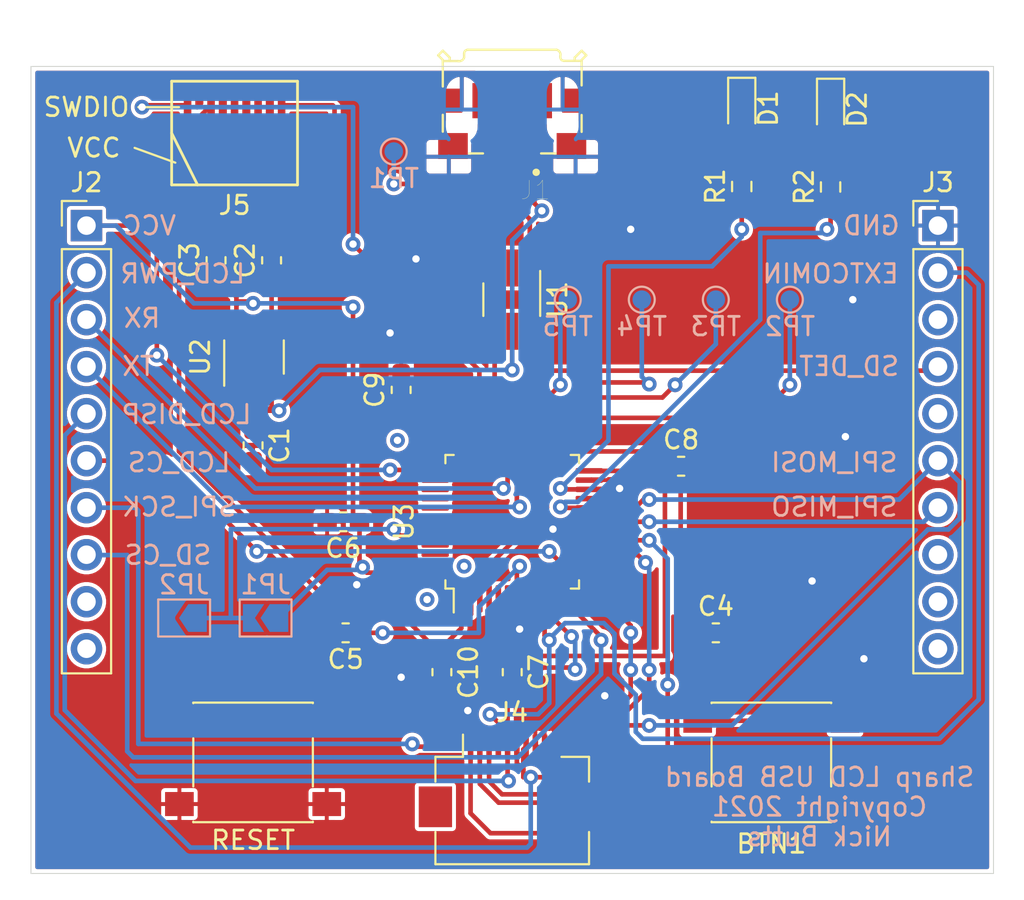
<source format=kicad_pcb>
(kicad_pcb (version 20171130) (host pcbnew "(5.1.8)-1")
  (layers (0 F.Cu signal) (31 B.Cu signal) (34 B.Paste user) (35 F.Paste user) (36 B.SilkS user) (37 F.SilkS user) (38 B.Mask user) (39 F.Mask user) (44 Edge.Cuts user))
  (net 0 "")
  (net 1 GND)
  (net 2 VBUS)
  (net 3 "Net-(C2-Pad1)")
  (net 4 VCC)
  (net 5 "Net-(C4-Pad1)")
  (net 6 "Net-(D1-Pad2)")
  (net 7 /DM)
  (net 8 /DP)
  (net 9 "Net-(J1-Pad4)")
  (net 10 /SD_CS)
  (net 11 /SPI_SCK)
  (net 12 /LCD_CS)
  (net 13 /LCD_DISP)
  (net 14 /LCD_PWR)
  (net 15 /EXTCOMIN)
  (net 16 /SD_DET)
  (net 17 /SPI_MOSI)
  (net 18 /SPI_MISO)
  (net 19 "Net-(TP2-Pad1)")
  (net 20 "Net-(TP3-Pad1)")
  (net 21 "Net-(TP4-Pad1)")
  (net 22 "Net-(TP5-Pad1)")
  (net 23 /USB_DP)
  (net 24 /USB_DM)
  (net 25 /NRST)
  (net 26 /SWDCLK)
  (net 27 /SWDIO)
  (net 28 /RX)
  (net 29 /TX)
  (net 30 /BOOT0)
  (net 31 "Net-(D2-Pad2)")
  (net 32 /LED1)
  (net 33 /LED2)
  (module KicadFootprint:TE_1981568-1 (layer F.Cu) (at 156 81.25 180)
    (fp_text reference J1 (at -1.25587 -4.83341) (layer F.SilkS) (effects (font (size 1.000709 1.000709) (thickness 0.015))))
    (fp_text value A97800TR-ND)
    (pad 1 smd rect (at -1.3 -2.675 180) (size 0.4 1.35) (layers F.Cu F.Paste F.Mask) (net 2 VBUS))
    (pad 2 smd rect (at -0.65 -2.675 180) (size 0.4 1.35) (layers F.Cu F.Paste F.Mask) (net 7 /DM))
    (pad 3 smd rect (at 0 -2.675 180) (size 0.4 1.35) (layers F.Cu F.Paste F.Mask) (net 8 /DP))
    (pad 4 smd rect (at 0.65 -2.675 180) (size 0.4 1.35) (layers F.Cu F.Paste F.Mask) (net 9 "Net-(J1-Pad4)"))
    (pad 5 smd rect (at 1.3 -2.675 180) (size 0.4 1.35) (layers F.Cu F.Paste F.Mask) (net 1 GND))
    (pad 6 smd rect (at -3.2 -2.45 180) (size 1.6 1.4) (layers F.Cu F.Paste F.Mask))
    (pad 7 smd rect (at 3.2 -2.45 180) (size 1.6 1.4) (layers F.Cu F.Paste F.Mask))
    (pad 8 smd rect (at 3.425 0 180) (size 1.45 1.3) (layers F.Cu F.Paste F.Mask))
    (pad 9 smd rect (at -3.425 0 180) (size 1.45 1.3) (layers F.Cu F.Paste F.Mask))
    (pad 10 smd rect (at -1.2 0 180) (size 1.9 1.9) (layers F.Cu F.Paste F.Mask))
    (pad 11 smd rect (at 1.2 0 180) (size 1.9 1.9) (layers F.Cu F.Paste F.Mask))
  )
  (module Resistor_SMD:R_0603_1608Metric_Pad0.98x0.95mm_HandSolder (layer F.Cu) (at 173.2 85.9125 90)
    (fp_text reference R2 (at 0 -1.43 90) (layer F.SilkS))
    (fp_text value 330)
    (pad 2 smd roundrect (at 0.9125 0 90) (size 0.975 0.95) (layers F.Cu F.Paste F.Mask) (net 31 "Net-(D2-Pad2)"))
    (pad 1 smd roundrect (at -0.9125 0 90) (size 0.975 0.95) (layers F.Cu F.Paste F.Mask) (net 33 /LED2))
  )
  (module LED_SMD:LED_0603_1608Metric_Pad1.05x0.95mm_HandSolder (layer F.Cu) (at 173.2 81.725 270)
    (fp_text reference D2 (at 0 -1.43 90) (layer F.SilkS))
    (fp_text value LED)
    (pad 2 smd roundrect (at 0.875 0 270) (size 1.05 0.95) (layers F.Cu F.Paste F.Mask) (net 31 "Net-(D2-Pad2)"))
    (pad 1 smd roundrect (at -0.875 0 270) (size 1.05 0.95) (layers F.Cu F.Paste F.Mask) (net 1 GND))
  )
  (module Jumper:SolderJumper-2_P1.3mm_Open_TrianglePad1.0x1.5mm (layer B.Cu) (at 138.275 109.2 180)
    (fp_text reference JP2 (at 0 1.8) (layer B.SilkS) (effects (justify mirror)))
    (fp_text value SolderJumper_2_Bridged)
    (pad 1 smd custom (at -0.725 0 180) (size 0.3 0.3) (layers B.Cu B.Mask) (net 30 /BOOT0) (options (clearance outline) (anchor rect)) (primitives (gr_poly (pts (xy -0.5 0.75) (xy 0.5 0.75) (xy 1 0) (xy 0.5 -0.75) (xy -0.5 -0.75)) (width 0))))
    (pad 2 smd custom (at 0.725 0 180) (size 0.3 0.3) (layers B.Cu B.Mask) (net 1 GND) (options (clearance outline) (anchor rect)) (primitives (gr_poly (pts (xy -0.65 0.75) (xy 0.5 0.75) (xy 0.5 -0.75) (xy -0.65 -0.75) (xy -0.15 0)) (width 0))))
  )
  (module Jumper:SolderJumper-2_P1.3mm_Open_TrianglePad1.0x1.5mm (layer B.Cu) (at 142.675 109.2 180)
    (fp_text reference JP1 (at 0 1.8) (layer B.SilkS) (effects (justify mirror)))
    (fp_text value SolderJumper_2_Bridged)
    (pad 1 smd custom (at -0.725 0 180) (size 0.3 0.3) (layers B.Cu B.Mask) (net 4 VCC) (options (clearance outline) (anchor rect)) (primitives (gr_poly (pts (xy -0.5 0.75) (xy 0.5 0.75) (xy 1 0) (xy 0.5 -0.75) (xy -0.5 -0.75)) (width 0))))
    (pad 2 smd custom (at 0.725 0 180) (size 0.3 0.3) (layers B.Cu B.Mask) (net 30 /BOOT0) (options (clearance outline) (anchor rect)) (primitives (gr_poly (pts (xy -0.65 0.75) (xy 0.5 0.75) (xy 0.5 -0.75) (xy -0.65 -0.75) (xy -0.15 0)) (width 0))))
  )
  (module Button_Switch_SMD:SW_SPST_PTS645 (layer F.Cu) (at 142 117 180)
    (fp_text reference SW2 hide)
    (fp_text value SW_Push)
    (pad 2 smd rect (at 3.98 2.25 180) (size 1.55 1.3) (layers F.Cu F.Paste F.Mask) (net 25 /NRST))
    (pad 1 smd rect (at 3.98 -2.25 180) (size 1.55 1.3) (layers F.Cu F.Paste F.Mask) (net 1 GND))
    (pad 1 smd rect (at -3.98 -2.25 180) (size 1.55 1.3) (layers F.Cu F.Paste F.Mask) (net 1 GND))
    (pad 2 smd rect (at -3.98 2.25 180) (size 1.55 1.3) (layers F.Cu F.Paste F.Mask) (net 25 /NRST))
  )
  (module Button_Switch_SMD:SW_SPST_PTS645 (layer F.Cu) (at 170 117 180)
    (fp_text reference SW1 hide)
    (fp_text value SW_Push)
    (pad 2 smd rect (at 3.98 2.25 180) (size 1.55 1.3) (layers F.Cu F.Paste F.Mask) (net 5 "Net-(C4-Pad1)"))
    (pad 1 smd rect (at 3.98 -2.25 180) (size 1.55 1.3) (layers F.Cu F.Paste F.Mask) (net 1 GND))
    (pad 1 smd rect (at -3.98 -2.25 180) (size 1.55 1.3) (layers F.Cu F.Paste F.Mask) (net 1 GND))
    (pad 2 smd rect (at -3.98 2.25 180) (size 1.55 1.3) (layers F.Cu F.Paste F.Mask) (net 5 "Net-(C4-Pad1)"))
  )
  (module KicadFootprint:FTSH-105-01-L-DV-K (layer F.Cu) (at 141 83)
    (fp_text reference J5 (at 0 3.9) (layer F.SilkS))
    (fp_text value Conn_02x05_Odd_Even)
    (pad 5 smd rect (at 0 1.5) (size 0.41 2.5) (layers F.Cu F.Paste F.Mask) (net 1 GND))
    (pad 6 smd rect (at 0 -1.5) (size 0.41 2.5) (layers F.Cu F.Paste F.Mask))
    (pad 4 smd rect (at -1.27 -1.5) (size 0.41 2.5) (layers F.Cu F.Paste F.Mask) (net 26 /SWDCLK))
    (pad 2 smd rect (at -2.54 -1.5) (size 0.41 2.5) (layers F.Cu F.Paste F.Mask) (net 27 /SWDIO))
    (pad 8 smd rect (at 1.27 -1.5) (size 0.41 2.5) (layers F.Cu F.Paste F.Mask))
    (pad 10 smd rect (at 2.54 -1.5) (size 0.41 2.5) (layers F.Cu F.Paste F.Mask) (net 25 /NRST))
    (pad 3 smd rect (at -1.27 1.5) (size 0.41 2.5) (layers F.Cu F.Paste F.Mask) (net 1 GND))
    (pad 1 smd rect (at -2.54 1.5) (size 0.41 2.5) (layers F.Cu F.Paste F.Mask) (net 4 VCC))
    (pad 7 smd rect (at 1.27 1.5) (size 0.41 2.5) (layers F.Cu F.Paste F.Mask))
    (pad 9 smd rect (at 2.54 1.5) (size 0.41 2.5) (layers F.Cu F.Paste F.Mask) (net 1 GND))
  )
  (module Connector_FFC-FPC:Hirose_FH12-10S-0.5SH_1x10-1MP_P0.50mm_Horizontal (layer F.Cu) (at 156 118)
    (fp_text reference J4 (at 0 -3.7) (layer F.SilkS))
    (fp_text value Conn_01x10)
    (pad 10 smd rect (at 2.25 -1.85) (size 0.3 1.3) (layers F.Cu F.Paste F.Mask) (net 1 GND))
    (pad 9 smd rect (at 1.75 -1.85) (size 0.3 1.3) (layers F.Cu F.Paste F.Mask) (net 1 GND))
    (pad 8 smd rect (at 1.25 -1.85) (size 0.3 1.3) (layers F.Cu F.Paste F.Mask) (net 1 GND))
    (pad 7 smd rect (at 0.75 -1.85) (size 0.3 1.3) (layers F.Cu F.Paste F.Mask) (net 14 /LCD_PWR))
    (pad 6 smd rect (at 0.25 -1.85) (size 0.3 1.3) (layers F.Cu F.Paste F.Mask) (net 14 /LCD_PWR))
    (pad 5 smd rect (at -0.25 -1.85) (size 0.3 1.3) (layers F.Cu F.Paste F.Mask) (net 13 /LCD_DISP))
    (pad 4 smd rect (at -0.75 -1.85) (size 0.3 1.3) (layers F.Cu F.Paste F.Mask) (net 15 /EXTCOMIN))
    (pad 3 smd rect (at -1.25 -1.85) (size 0.3 1.3) (layers F.Cu F.Paste F.Mask) (net 12 /LCD_CS))
    (pad 2 smd rect (at -1.75 -1.85) (size 0.3 1.3) (layers F.Cu F.Paste F.Mask) (net 17 /SPI_MOSI))
    (pad 1 smd rect (at -2.25 -1.85) (size 0.3 1.3) (layers F.Cu F.Paste F.Mask) (net 11 /SPI_SCK))
    (pad MP smd rect (at -4.15 1.4) (size 1.8 2.2) (layers F.Cu F.Paste F.Mask))
    (pad MP smd rect (at 4.15 1.4) (size 1.8 2.2) (layers F.Cu F.Paste F.Mask))
  )
  (module Capacitor_SMD:C_0603_1608Metric_Pad1.05x0.95mm_HandSolder (layer F.Cu) (at 142 99.875 270)
    (fp_text reference C1 (at 0 -1.43 90) (layer F.SilkS))
    (fp_text value 10u)
    (pad 2 smd roundrect (at 0.875 0 270) (size 1.05 0.95) (layers F.Cu F.Paste F.Mask) (net 1 GND))
    (pad 1 smd roundrect (at -0.875 0 270) (size 1.05 0.95) (layers F.Cu F.Paste F.Mask) (net 2 VBUS))
  )
  (module Capacitor_SMD:C_0603_1608Metric_Pad1.05x0.95mm_HandSolder (layer F.Cu) (at 143 89.875 90)
    (fp_text reference C2 (at 0 -1.43 90) (layer F.SilkS))
    (fp_text value 0.01u)
    (pad 2 smd roundrect (at 0.875 0 90) (size 1.05 0.95) (layers F.Cu F.Paste F.Mask) (net 1 GND))
    (pad 1 smd roundrect (at -0.875 0 90) (size 1.05 0.95) (layers F.Cu F.Paste F.Mask) (net 3 "Net-(C2-Pad1)"))
  )
  (module Capacitor_SMD:C_0603_1608Metric_Pad1.05x0.95mm_HandSolder (layer F.Cu) (at 140 89.875 90)
    (fp_text reference C3 (at 0 -1.43 90) (layer F.SilkS))
    (fp_text value 10u)
    (pad 1 smd roundrect (at -0.875 0 90) (size 1.05 0.95) (layers F.Cu F.Paste F.Mask) (net 4 VCC))
    (pad 2 smd roundrect (at 0.875 0 90) (size 1.05 0.95) (layers F.Cu F.Paste F.Mask) (net 1 GND))
  )
  (module Capacitor_SMD:C_0603_1608Metric_Pad1.05x0.95mm_HandSolder (layer F.Cu) (at 167 110)
    (fp_text reference C4 (at 0 -1.43) (layer F.SilkS))
    (fp_text value 0.1u)
    (pad 2 smd roundrect (at 0.875 0) (size 1.05 0.95) (layers F.Cu F.Paste F.Mask) (net 1 GND))
    (pad 1 smd roundrect (at -0.875 0) (size 1.05 0.95) (layers F.Cu F.Paste F.Mask) (net 5 "Net-(C4-Pad1)"))
  )
  (module Capacitor_SMD:C_0603_1608Metric_Pad1.05x0.95mm_HandSolder (layer F.Cu) (at 147 110 180)
    (fp_text reference C5 (at 0 -1.43) (layer F.SilkS))
    (fp_text value 0.1u)
    (pad 1 smd roundrect (at -0.875 0 180) (size 1.05 0.95) (layers F.Cu F.Paste F.Mask) (net 25 /NRST))
    (pad 2 smd roundrect (at 0.875 0 180) (size 1.05 0.95) (layers F.Cu F.Paste F.Mask) (net 1 GND))
  )
  (module Capacitor_SMD:C_0603_1608Metric_Pad1.05x0.95mm_HandSolder (layer F.Cu) (at 146.875 104 180)
    (fp_text reference C6 (at 0 -1.43) (layer F.SilkS))
    (fp_text value 0.1u)
    (pad 1 smd roundrect (at -0.875 0 180) (size 1.05 0.95) (layers F.Cu F.Paste F.Mask) (net 4 VCC))
    (pad 2 smd roundrect (at 0.875 0 180) (size 1.05 0.95) (layers F.Cu F.Paste F.Mask) (net 1 GND))
  )
  (module Capacitor_SMD:C_0603_1608Metric_Pad1.05x0.95mm_HandSolder (layer F.Cu) (at 156 112.125 270)
    (fp_text reference C7 (at 0 -1.43 90) (layer F.SilkS))
    (fp_text value 0.1u)
    (pad 2 smd roundrect (at 0.875 0 270) (size 1.05 0.95) (layers F.Cu F.Paste F.Mask) (net 1 GND))
    (pad 1 smd roundrect (at -0.875 0 270) (size 1.05 0.95) (layers F.Cu F.Paste F.Mask) (net 4 VCC))
  )
  (module Capacitor_SMD:C_0603_1608Metric_Pad1.05x0.95mm_HandSolder (layer F.Cu) (at 165.125 101)
    (fp_text reference C8 (at 0 -1.43) (layer F.SilkS))
    (fp_text value 0.1u)
    (pad 1 smd roundrect (at -0.875 0) (size 1.05 0.95) (layers F.Cu F.Paste F.Mask) (net 4 VCC))
    (pad 2 smd roundrect (at 0.875 0) (size 1.05 0.95) (layers F.Cu F.Paste F.Mask) (net 1 GND))
  )
  (module Capacitor_SMD:C_0603_1608Metric_Pad1.05x0.95mm_HandSolder (layer F.Cu) (at 150 96.875 90)
    (fp_text reference C9 (at 0 -1.43 90) (layer F.SilkS))
    (fp_text value 4.7u)
    (pad 2 smd roundrect (at 0.875 0 90) (size 1.05 0.95) (layers F.Cu F.Paste F.Mask) (net 1 GND))
    (pad 1 smd roundrect (at -0.875 0 90) (size 1.05 0.95) (layers F.Cu F.Paste F.Mask) (net 4 VCC))
  )
  (module Capacitor_SMD:C_0603_1608Metric_Pad1.05x0.95mm_HandSolder (layer F.Cu) (at 152.2 112.125 270)
    (fp_text reference C10 (at 0 -1.43 90) (layer F.SilkS))
    (fp_text value 1u)
    (pad 1 smd roundrect (at -0.875 0 270) (size 1.05 0.95) (layers F.Cu F.Paste F.Mask) (net 4 VCC))
    (pad 2 smd roundrect (at 0.875 0 270) (size 1.05 0.95) (layers F.Cu F.Paste F.Mask) (net 1 GND))
  )
  (module LED_SMD:LED_0603_1608Metric_Pad1.05x0.95mm_HandSolder (layer F.Cu) (at 168.4 81.675 270)
    (fp_text reference D1 (at 0 -1.43 90) (layer F.SilkS))
    (fp_text value LED)
    (pad 1 smd roundrect (at -0.875 0 270) (size 1.05 0.95) (layers F.Cu F.Paste F.Mask) (net 1 GND))
    (pad 2 smd roundrect (at 0.875 0 270) (size 1.05 0.95) (layers F.Cu F.Paste F.Mask) (net 6 "Net-(D1-Pad2)"))
  )
  (module Connector_PinHeader_2.54mm:PinHeader_1x10_P2.54mm_Vertical (layer F.Cu) (at 133 88)
    (fp_text reference J2 (at 0 -2.33) (layer F.SilkS))
    (fp_text value Conn_01x10)
    (pad 10 thru_hole oval (at 0 22.86) (size 1.7 1.7) (drill 1) (layers *.Cu *.Mask))
    (pad 9 thru_hole oval (at 0 20.32) (size 1.7 1.7) (drill 1) (layers *.Cu *.Mask))
    (pad 8 thru_hole oval (at 0 17.78) (size 1.7 1.7) (drill 1) (layers *.Cu *.Mask) (net 10 /SD_CS))
    (pad 7 thru_hole oval (at 0 15.24) (size 1.7 1.7) (drill 1) (layers *.Cu *.Mask) (net 11 /SPI_SCK))
    (pad 6 thru_hole oval (at 0 12.7) (size 1.7 1.7) (drill 1) (layers *.Cu *.Mask) (net 12 /LCD_CS))
    (pad 5 thru_hole oval (at 0 10.16) (size 1.7 1.7) (drill 1) (layers *.Cu *.Mask) (net 13 /LCD_DISP))
    (pad 4 thru_hole oval (at 0 7.62) (size 1.7 1.7) (drill 1) (layers *.Cu *.Mask) (net 29 /TX))
    (pad 3 thru_hole oval (at 0 5.08) (size 1.7 1.7) (drill 1) (layers *.Cu *.Mask) (net 28 /RX))
    (pad 2 thru_hole oval (at 0 2.54) (size 1.7 1.7) (drill 1) (layers *.Cu *.Mask) (net 14 /LCD_PWR))
    (pad 1 thru_hole rect (at 0 0) (size 1.7 1.7) (drill 1) (layers *.Cu *.Mask) (net 4 VCC))
  )
  (module Connector_PinHeader_2.54mm:PinHeader_1x10_P2.54mm_Vertical (layer F.Cu) (at 179 88)
    (fp_text reference J3 (at 0 -2.33) (layer F.SilkS))
    (fp_text value Conn_01x10)
    (pad 1 thru_hole rect (at 0 0) (size 1.7 1.7) (drill 1) (layers *.Cu *.Mask) (net 1 GND))
    (pad 2 thru_hole oval (at 0 2.54) (size 1.7 1.7) (drill 1) (layers *.Cu *.Mask) (net 15 /EXTCOMIN))
    (pad 3 thru_hole oval (at 0 5.08) (size 1.7 1.7) (drill 1) (layers *.Cu *.Mask))
    (pad 4 thru_hole oval (at 0 7.62) (size 1.7 1.7) (drill 1) (layers *.Cu *.Mask) (net 16 /SD_DET))
    (pad 5 thru_hole oval (at 0 10.16) (size 1.7 1.7) (drill 1) (layers *.Cu *.Mask))
    (pad 6 thru_hole oval (at 0 12.7) (size 1.7 1.7) (drill 1) (layers *.Cu *.Mask) (net 17 /SPI_MOSI))
    (pad 7 thru_hole oval (at 0 15.24) (size 1.7 1.7) (drill 1) (layers *.Cu *.Mask) (net 18 /SPI_MISO))
    (pad 8 thru_hole oval (at 0 17.78) (size 1.7 1.7) (drill 1) (layers *.Cu *.Mask))
    (pad 9 thru_hole oval (at 0 20.32) (size 1.7 1.7) (drill 1) (layers *.Cu *.Mask))
    (pad 10 thru_hole oval (at 0 22.86) (size 1.7 1.7) (drill 1) (layers *.Cu *.Mask))
  )
  (module Resistor_SMD:R_0603_1608Metric_Pad0.98x0.95mm_HandSolder (layer F.Cu) (at 168.4 85.8875 90)
    (fp_text reference R1 (at 0 -1.43 90) (layer F.SilkS))
    (fp_text value 330)
    (pad 1 smd roundrect (at -0.9125 0 90) (size 0.975 0.95) (layers F.Cu F.Paste F.Mask) (net 32 /LED1))
    (pad 2 smd roundrect (at 0.9125 0 90) (size 0.975 0.95) (layers F.Cu F.Paste F.Mask) (net 6 "Net-(D1-Pad2)"))
  )
  (module TestPoint:TestPoint_Pad_D1.0mm (layer B.Cu) (at 149.6 84)
    (fp_text reference TP1 (at 0 1.448) (layer B.SilkS) (effects (justify mirror)))
    (fp_text value TestPoint)
    (pad 1 smd circle (at 0 0) (size 1 1) (layers B.Cu B.Mask) (net 9 "Net-(J1-Pad4)"))
  )
  (module TestPoint:TestPoint_Pad_D1.0mm (layer B.Cu) (at 171 92)
    (fp_text reference TP2 (at 0 1.448) (layer B.SilkS) (effects (justify mirror)))
    (fp_text value TestPoint)
    (pad 1 smd circle (at 0 0) (size 1 1) (layers B.Cu B.Mask) (net 19 "Net-(TP2-Pad1)"))
  )
  (module TestPoint:TestPoint_Pad_D1.0mm (layer B.Cu) (at 167 92)
    (fp_text reference TP3 (at 0 1.448) (layer B.SilkS) (effects (justify mirror)))
    (fp_text value TestPoint)
    (pad 1 smd circle (at 0 0) (size 1 1) (layers B.Cu B.Mask) (net 20 "Net-(TP3-Pad1)"))
  )
  (module TestPoint:TestPoint_Pad_D1.0mm (layer B.Cu) (at 163 92)
    (fp_text reference TP4 (at 0 1.448) (layer B.SilkS) (effects (justify mirror)))
    (fp_text value TestPoint)
    (pad 1 smd circle (at 0 0) (size 1 1) (layers B.Cu B.Mask) (net 21 "Net-(TP4-Pad1)"))
  )
  (module TestPoint:TestPoint_Pad_D1.0mm (layer B.Cu) (at 159 92)
    (fp_text reference TP5 (at 0 1.448) (layer B.SilkS) (effects (justify mirror)))
    (fp_text value TestPoint)
    (pad 1 smd circle (at 0 0) (size 1 1) (layers B.Cu B.Mask) (net 22 "Net-(TP5-Pad1)"))
  )
  (module Package_TO_SOT_SMD:TSOT-23-6_HandSoldering (layer F.Cu) (at 156 92 270)
    (fp_text reference U1 (at 0 -2.45 90) (layer F.SilkS))
    (fp_text value USBLC6-2SC6)
    (pad 1 smd rect (at -1.71 -0.95 270) (size 2 0.65) (layers F.Cu F.Paste F.Mask) (net 7 /DM))
    (pad 2 smd rect (at -1.71 0 270) (size 2 0.65) (layers F.Cu F.Paste F.Mask) (net 1 GND))
    (pad 3 smd rect (at -1.71 0.95 270) (size 2 0.65) (layers F.Cu F.Paste F.Mask) (net 8 /DP))
    (pad 4 smd rect (at 1.71 0.95 270) (size 2 0.65) (layers F.Cu F.Paste F.Mask) (net 23 /USB_DP))
    (pad 5 smd rect (at 1.71 0 270) (size 2 0.65) (layers F.Cu F.Paste F.Mask) (net 2 VBUS))
    (pad 6 smd rect (at 1.71 -0.95 270) (size 2 0.65) (layers F.Cu F.Paste F.Mask) (net 24 /USB_DM))
  )
  (module Package_TO_SOT_SMD:SOT-23-5 (layer F.Cu) (at 142.05 95.1 90)
    (fp_text reference U2 (at 0 -2.9 90) (layer F.SilkS))
    (fp_text value TPS79333-EP)
    (pad 1 smd rect (at -1.1 -0.95 90) (size 1.06 0.65) (layers F.Cu F.Paste F.Mask) (net 2 VBUS))
    (pad 2 smd rect (at -1.1 0 90) (size 1.06 0.65) (layers F.Cu F.Paste F.Mask) (net 1 GND))
    (pad 3 smd rect (at -1.1 0.95 90) (size 1.06 0.65) (layers F.Cu F.Paste F.Mask) (net 2 VBUS))
    (pad 4 smd rect (at 1.1 0.95 90) (size 1.06 0.65) (layers F.Cu F.Paste F.Mask) (net 3 "Net-(C2-Pad1)"))
    (pad 5 smd rect (at 1.1 -0.95 90) (size 1.06 0.65) (layers F.Cu F.Paste F.Mask) (net 4 VCC))
  )
  (module Package_QFP:LQFP-48_7x7mm_P0.5mm (layer F.Cu) (at 156 104 90)
    (fp_text reference U3 (at 0 -5.85 90) (layer F.SilkS))
    (fp_text value STM32F303CCTx)
    (pad 1 smd roundrect (at -4.1625 -2.75 90) (size 1.475 0.3) (layers F.Cu F.Paste F.Mask) (net 4 VCC))
    (pad 2 smd roundrect (at -4.1625 -2.25 90) (size 1.475 0.3) (layers F.Cu F.Paste F.Mask) (net 5 "Net-(C4-Pad1)"))
    (pad 3 smd roundrect (at -4.1625 -1.75 90) (size 1.475 0.3) (layers F.Cu F.Paste F.Mask))
    (pad 4 smd roundrect (at -4.1625 -1.25 90) (size 1.475 0.3) (layers F.Cu F.Paste F.Mask))
    (pad 5 smd roundrect (at -4.1625 -0.75 90) (size 1.475 0.3) (layers F.Cu F.Paste F.Mask))
    (pad 6 smd roundrect (at -4.1625 -0.25 90) (size 1.475 0.3) (layers F.Cu F.Paste F.Mask))
    (pad 7 smd roundrect (at -4.1625 0.25 90) (size 1.475 0.3) (layers F.Cu F.Paste F.Mask) (net 25 /NRST))
    (pad 8 smd roundrect (at -4.1625 0.75 90) (size 1.475 0.3) (layers F.Cu F.Paste F.Mask) (net 1 GND))
    (pad 9 smd roundrect (at -4.1625 1.25 90) (size 1.475 0.3) (layers F.Cu F.Paste F.Mask) (net 4 VCC))
    (pad 10 smd roundrect (at -4.1625 1.75 90) (size 1.475 0.3) (layers F.Cu F.Paste F.Mask) (net 15 /EXTCOMIN))
    (pad 11 smd roundrect (at -4.1625 2.25 90) (size 1.475 0.3) (layers F.Cu F.Paste F.Mask) (net 13 /LCD_DISP))
    (pad 12 smd roundrect (at -4.1625 2.75 90) (size 1.475 0.3) (layers F.Cu F.Paste F.Mask) (net 10 /SD_CS))
    (pad 13 smd roundrect (at -2.75 4.1625 90) (size 0.3 1.475) (layers F.Cu F.Paste F.Mask) (net 14 /LCD_PWR))
    (pad 14 smd roundrect (at -2.25 4.1625 90) (size 0.3 1.475) (layers F.Cu F.Paste F.Mask) (net 12 /LCD_CS))
    (pad 15 smd roundrect (at -1.75 4.1625 90) (size 0.3 1.475) (layers F.Cu F.Paste F.Mask) (net 11 /SPI_SCK))
    (pad 16 smd roundrect (at -1.25 4.1625 90) (size 0.3 1.475) (layers F.Cu F.Paste F.Mask) (net 18 /SPI_MISO))
    (pad 17 smd roundrect (at -0.75 4.1625 90) (size 0.3 1.475) (layers F.Cu F.Paste F.Mask) (net 17 /SPI_MOSI))
    (pad 18 smd roundrect (at -0.25 4.1625 90) (size 0.3 1.475) (layers F.Cu F.Paste F.Mask))
    (pad 19 smd roundrect (at 0.25 4.1625 90) (size 0.3 1.475) (layers F.Cu F.Paste F.Mask))
    (pad 20 smd roundrect (at 0.75 4.1625 90) (size 0.3 1.475) (layers F.Cu F.Paste F.Mask) (net 33 /LED2))
    (pad 21 smd roundrect (at 1.25 4.1625 90) (size 0.3 1.475) (layers F.Cu F.Paste F.Mask))
    (pad 22 smd roundrect (at 1.75 4.1625 90) (size 0.3 1.475) (layers F.Cu F.Paste F.Mask) (net 32 /LED1))
    (pad 23 smd roundrect (at 2.25 4.1625 90) (size 0.3 1.475) (layers F.Cu F.Paste F.Mask) (net 1 GND))
    (pad 24 smd roundrect (at 2.75 4.1625 90) (size 0.3 1.475) (layers F.Cu F.Paste F.Mask) (net 4 VCC))
    (pad 25 smd roundrect (at 4.1625 2.75 90) (size 1.475 0.3) (layers F.Cu F.Paste F.Mask) (net 19 "Net-(TP2-Pad1)"))
    (pad 26 smd roundrect (at 4.1625 2.25 90) (size 1.475 0.3) (layers F.Cu F.Paste F.Mask) (net 20 "Net-(TP3-Pad1)"))
    (pad 27 smd roundrect (at 4.1625 1.75 90) (size 1.475 0.3) (layers F.Cu F.Paste F.Mask) (net 21 "Net-(TP4-Pad1)"))
    (pad 28 smd roundrect (at 4.1625 1.25 90) (size 1.475 0.3) (layers F.Cu F.Paste F.Mask) (net 22 "Net-(TP5-Pad1)"))
    (pad 29 smd roundrect (at 4.1625 0.75 90) (size 1.475 0.3) (layers F.Cu F.Paste F.Mask) (net 16 /SD_DET))
    (pad 30 smd roundrect (at 4.1625 0.25 90) (size 1.475 0.3) (layers F.Cu F.Paste F.Mask) (net 29 /TX))
    (pad 31 smd roundrect (at 4.1625 -0.25 90) (size 1.475 0.3) (layers F.Cu F.Paste F.Mask) (net 28 /RX))
    (pad 32 smd roundrect (at 4.1625 -0.75 90) (size 1.475 0.3) (layers F.Cu F.Paste F.Mask) (net 24 /USB_DM))
    (pad 33 smd roundrect (at 4.1625 -1.25 90) (size 1.475 0.3) (layers F.Cu F.Paste F.Mask) (net 23 /USB_DP))
    (pad 34 smd roundrect (at 4.1625 -1.75 90) (size 1.475 0.3) (layers F.Cu F.Paste F.Mask) (net 27 /SWDIO))
    (pad 35 smd roundrect (at 4.1625 -2.25 90) (size 1.475 0.3) (layers F.Cu F.Paste F.Mask) (net 1 GND))
    (pad 36 smd roundrect (at 4.1625 -2.75 90) (size 1.475 0.3) (layers F.Cu F.Paste F.Mask) (net 4 VCC))
    (pad 37 smd roundrect (at 2.75 -4.1625 90) (size 0.3 1.475) (layers F.Cu F.Paste F.Mask) (net 26 /SWDCLK))
    (pad 38 smd roundrect (at 2.25 -4.1625 90) (size 0.3 1.475) (layers F.Cu F.Paste F.Mask))
    (pad 39 smd roundrect (at 1.75 -4.1625 90) (size 0.3 1.475) (layers F.Cu F.Paste F.Mask))
    (pad 40 smd roundrect (at 1.25 -4.1625 90) (size 0.3 1.475) (layers F.Cu F.Paste F.Mask))
    (pad 41 smd roundrect (at 0.75 -4.1625 90) (size 0.3 1.475) (layers F.Cu F.Paste F.Mask))
    (pad 42 smd roundrect (at 0.25 -4.1625 90) (size 0.3 1.475) (layers F.Cu F.Paste F.Mask))
    (pad 43 smd roundrect (at -0.25 -4.1625 90) (size 0.3 1.475) (layers F.Cu F.Paste F.Mask))
    (pad 44 smd roundrect (at -0.75 -4.1625 90) (size 0.3 1.475) (layers F.Cu F.Paste F.Mask) (net 30 /BOOT0))
    (pad 45 smd roundrect (at -1.25 -4.1625 90) (size 0.3 1.475) (layers F.Cu F.Paste F.Mask))
    (pad 46 smd roundrect (at -1.75 -4.1625 90) (size 0.3 1.475) (layers F.Cu F.Paste F.Mask))
    (pad 47 smd roundrect (at -2.25 -4.1625 90) (size 0.3 1.475) (layers F.Cu F.Paste F.Mask) (net 1 GND))
    (pad 48 smd roundrect (at -2.75 -4.1625 90) (size 0.3 1.475) (layers F.Cu F.Paste F.Mask) (net 4 VCC))
  )
  (gr_text "Sharp LCD USB Board\nCopyright 2021\nNick Butts" (at 172.6 119.4) (layer B.SilkS) (effects (font (size 1 1)) (justify mirror)))
  (gr_line (start 135.8 81.6) (end 138 81.6) (layer F.SilkS) (width 0.12))
  (gr_text SWDIO (at 133 81.6) (layer F.SilkS) (effects (font (size 1 1))))
  (gr_line (start 135.6 83.8) (end 137.8 84.6) (layer F.SilkS) (width 0.12))
  (gr_text VCC (at 133.4 83.8) (layer F.SilkS) (effects (font (size 1 1))))
  (gr_text BTN1 (at 170 121.4) (layer F.SilkS) (effects (font (size 1 1))))
  (gr_text RESET (at 142 121.2) (layer F.SilkS) (effects (font (size 1 1))))
  (gr_text SPI_MISO (at 173.4 103.2) (layer B.SilkS) (effects (font (size 1 1)) (justify mirror)))
  (gr_text SPI_MOSI (at 173.4 100.8) (layer B.SilkS) (effects (font (size 1 1)) (justify mirror)))
  (gr_text SD_DET (at 174.2 95.6) (layer B.SilkS) (effects (font (size 1 1)) (justify mirror)))
  (gr_text EXTCOMIN (at 173.2 90.6) (layer B.SilkS) (effects (font (size 1 1)) (justify mirror)))
  (gr_text GND (at 175.4 88) (layer B.SilkS) (effects (font (size 1 1)) (justify mirror)))
  (gr_text SD_CS (at 137.4 105.8) (layer B.SilkS) (effects (font (size 1 1)) (justify mirror)))
  (gr_text "SPI_SCK\n" (at 138 103.2) (layer B.SilkS) (effects (font (size 1 1)) (justify mirror)))
  (gr_text LCD_CS (at 138 100.8) (layer B.SilkS) (effects (font (size 1 1)) (justify mirror)))
  (gr_text LCD_DISP (at 138.4 98.2) (layer B.SilkS) (effects (font (size 1 1)) (justify mirror)))
  (gr_text TX (at 135.8 95.6) (layer B.SilkS) (effects (font (size 1 1)) (justify mirror)))
  (gr_text "RX\n" (at 136 93) (layer B.SilkS) (effects (font (size 1 1)) (justify mirror)))
  (gr_text LCD_PWR (at 138.2 90.6) (layer B.SilkS) (effects (font (size 1 1)) (justify mirror)))
  (gr_text VCC (at 136.4 88) (layer B.SilkS) (effects (font (size 1 1)) (justify mirror)))
  (gr_line (start 130 123) (end 130 79.4) (layer Edge.Cuts) (width 0.05))
  (gr_line (start 182 123) (end 130 123) (layer Edge.Cuts) (width 0.05))
  (gr_line (start 182 79.4) (end 182 123) (layer Edge.Cuts) (width 0.05))
  (gr_line (start 130 79.4) (end 182 79.4) (layer Edge.Cuts) (width 0.05))
  (via (at 149.8 99.6) (size 0.8) (drill 0.4) (layers F.Cu B.Cu) (net 0))
  (via (at 151.4 108.2) (size 0.8) (drill 0.4) (layers F.Cu B.Cu) (net 0))
  (via (at 153.4 106.4) (size 0.8) (drill 0.4) (layers F.Cu B.Cu) (net 0))
  (via (at 149.4 93.8) (size 0.8) (drill 0.4) (layers F.Cu B.Cu) (net 1))
  (via (at 150.8 89.8) (size 0.8) (drill 0.4) (layers F.Cu B.Cu) (net 1))
  (via (at 162.4 88.2) (size 0.8) (drill 0.4) (layers F.Cu B.Cu) (net 1))
  (via (at 174.4 92) (size 0.8) (drill 0.4) (layers F.Cu B.Cu) (net 1))
  (via (at 174 99.4) (size 0.8) (drill 0.4) (layers F.Cu B.Cu) (net 1))
  (via (at 172.2 107.2) (size 0.8) (drill 0.4) (layers F.Cu B.Cu) (net 1))
  (via (at 175 111.4) (size 0.8) (drill 0.4) (layers F.Cu B.Cu) (net 1))
  (via (at 161 113.4) (size 0.8) (drill 0.4) (layers F.Cu B.Cu) (net 1))
  (via (at 153.6 114.2) (size 0.8) (drill 0.4) (layers F.Cu B.Cu) (net 1))
  (via (at 150 112.4) (size 0.8) (drill 0.4) (layers F.Cu B.Cu) (net 1))
  (via (at 147.6 107.4) (size 0.8) (drill 0.4) (layers F.Cu B.Cu) (net 1))
  (via (at 156.4 109.8) (size 0.8) (drill 0.4) (layers F.Cu B.Cu) (net 1))
  (via (at 158.2 104.4) (size 0.8) (drill 0.4) (layers F.Cu B.Cu) (net 1))
  (segment (start 160.25 101.75) (end 160.27499 101.72501) (width 0.25) (layer F.Cu) (net 1))
  (segment (start 160.1625 101.75) (end 160.25 101.75) (width 0.25) (layer F.Cu) (net 1))
  (via (at 161.8 102.2) (size 0.8) (drill 0.4) (layers F.Cu B.Cu) (net 1))
  (via (at 156 95.8) (size 0.8) (drill 0.4) (layers F.Cu B.Cu) (net 2))
  (segment (start 156 93.71) (end 156 95.8) (width 0.25) (layer F.Cu) (net 2))
  (via (at 157.6 87.2) (size 0.8) (drill 0.4) (layers F.Cu B.Cu) (net 2))
  (segment (start 156 88.8) (end 157.6 87.2) (width 0.25) (layer B.Cu) (net 2))
  (segment (start 156 95.8) (end 156 88.8) (width 0.25) (layer B.Cu) (net 2))
  (segment (start 157.6 87.2) (end 157.2 86.8) (width 0.25) (layer F.Cu) (net 2))
  (segment (start 157.2 84.175) (end 157.3 84.075) (width 0.25) (layer F.Cu) (net 2))
  (segment (start 157.2 86.8) (end 157.2 84.175) (width 0.25) (layer F.Cu) (net 2))
  (via (at 143.4 98) (size 0.8) (drill 0.4) (layers F.Cu B.Cu) (net 2))
  (segment (start 145.6 95.8) (end 143.4 98) (width 0.25) (layer B.Cu) (net 2))
  (segment (start 156 95.8) (end 145.6 95.8) (width 0.25) (layer B.Cu) (net 2))
  (segment (start 142 98) (end 142 99) (width 0.25) (layer F.Cu) (net 2))
  (segment (start 143 97.8) (end 142.8 98) (width 0.25) (layer F.Cu) (net 2))
  (segment (start 143 96.2) (end 143 97.8) (width 0.25) (layer F.Cu) (net 2))
  (segment (start 142.8 98) (end 142 98) (width 0.25) (layer F.Cu) (net 2))
  (segment (start 143.4 98) (end 142.8 98) (width 0.25) (layer F.Cu) (net 2))
  (segment (start 141.1 97.1) (end 142 98) (width 0.25) (layer F.Cu) (net 2))
  (segment (start 141.1 96.2) (end 141.1 97.1) (width 0.25) (layer F.Cu) (net 2))
  (segment (start 143 94) (end 143 90.75) (width 0.25) (layer F.Cu) (net 3))
  (segment (start 141.1 91.85) (end 140 90.75) (width 0.25) (layer F.Cu) (net 4))
  (segment (start 138.46 85) (end 138.46 83.5) (width 0.25) (layer F.Cu) (net 4))
  (segment (start 150 97.75) (end 147.65 97.75) (width 0.25) (layer F.Cu) (net 4))
  (segment (start 147.65 97.75) (end 147.4 97.5) (width 0.25) (layer F.Cu) (net 4))
  (segment (start 141.2 92.2) (end 141.1 92.3) (width 0.25) (layer F.Cu) (net 4))
  (segment (start 141.1 94) (end 141.1 92.3) (width 0.25) (layer F.Cu) (net 4))
  (via (at 142 92.2) (size 0.8) (drill 0.4) (layers F.Cu B.Cu) (net 4))
  (segment (start 141.9 92.1) (end 142 92.2) (width 0.25) (layer F.Cu) (net 4))
  (segment (start 141.1 92.1) (end 141.9 92.1) (width 0.25) (layer F.Cu) (net 4))
  (segment (start 141.1 92.3) (end 141.1 92.1) (width 0.25) (layer F.Cu) (net 4))
  (segment (start 141.1 92.1) (end 141.1 91.85) (width 0.25) (layer F.Cu) (net 4))
  (segment (start 142 92.2) (end 147.4 92.2) (width 0.25) (layer B.Cu) (net 4))
  (segment (start 147.4 92.2) (end 147.4 92.4) (width 0.25) (layer B.Cu) (net 4))
  (via (at 147.4 92.4) (size 0.8) (drill 0.4) (layers F.Cu B.Cu) (net 4))
  (segment (start 147.4 92.4) (end 147.4 92.2) (width 0.25) (layer F.Cu) (net 4))
  (segment (start 147.4 97.5) (end 147.4 92.4) (width 0.25) (layer F.Cu) (net 4))
  (segment (start 147.4 103.65) (end 147.75 104) (width 0.25) (layer F.Cu) (net 4))
  (segment (start 147.4 97.5) (end 147.4 103.65) (width 0.25) (layer F.Cu) (net 4))
  (segment (start 147.75 106.35) (end 148.15 106.75) (width 0.25) (layer F.Cu) (net 4))
  (segment (start 150 97.75) (end 152.95 97.75) (width 0.25) (layer F.Cu) (net 4))
  (segment (start 153.25 98.05) (end 153.25 99.8375) (width 0.25) (layer F.Cu) (net 4))
  (segment (start 152.95 97.75) (end 153.25 98.05) (width 0.25) (layer F.Cu) (net 4))
  (segment (start 147.75 104) (end 147.75 106.15) (width 0.25) (layer F.Cu) (net 4))
  (segment (start 147.75 106.15) (end 147.75 106.35) (width 0.25) (layer F.Cu) (net 4))
  (segment (start 152.2 111.25) (end 152.2 110.8) (width 0.25) (layer F.Cu) (net 4))
  (segment (start 153.25 109.75) (end 153.25 108.1625) (width 0.25) (layer F.Cu) (net 4))
  (segment (start 152.2 110.8) (end 153.25 109.75) (width 0.25) (layer F.Cu) (net 4))
  (segment (start 152.2 111.25) (end 152.2 111.2) (width 0.25) (layer F.Cu) (net 4))
  (segment (start 152.2 111.2) (end 148.95 107.95) (width 0.25) (layer F.Cu) (net 4))
  (segment (start 148.95 107.95) (end 148.95 106.75) (width 0.25) (layer F.Cu) (net 4))
  (segment (start 148.95 106.75) (end 151.8375 106.75) (width 0.25) (layer F.Cu) (net 4))
  (segment (start 148.15 106.75) (end 148.95 106.75) (width 0.25) (layer F.Cu) (net 4))
  (segment (start 152.2 111.25) (end 156 111.25) (width 0.25) (layer F.Cu) (net 4))
  (segment (start 156 111.25) (end 156.95 111.25) (width 0.25) (layer F.Cu) (net 4))
  (segment (start 157.25 110.95) (end 157.25 108.1625) (width 0.25) (layer F.Cu) (net 4))
  (segment (start 156.95 111.25) (end 157.25 110.95) (width 0.25) (layer F.Cu) (net 4))
  (segment (start 156 111.25) (end 164.35 111.25) (width 0.25) (layer F.Cu) (net 4))
  (segment (start 164.25 111.15) (end 164.25 101) (width 0.25) (layer F.Cu) (net 4))
  (segment (start 164.35 111.25) (end 164.25 111.15) (width 0.25) (layer F.Cu) (net 4))
  (segment (start 164 101.25) (end 164.25 101) (width 0.25) (layer F.Cu) (net 4))
  (segment (start 160.1625 101.25) (end 164 101.25) (width 0.25) (layer F.Cu) (net 4))
  (segment (start 143.4 109.2) (end 146 106.6) (width 0.25) (layer B.Cu) (net 4))
  (via (at 147.916228 106.451315) (size 0.8) (drill 0.4) (layers F.Cu B.Cu) (net 4))
  (segment (start 147.767543 106.6) (end 147.916228 106.451315) (width 0.25) (layer B.Cu) (net 4))
  (segment (start 146 106.6) (end 147.767543 106.6) (width 0.25) (layer B.Cu) (net 4))
  (segment (start 138.46 84.5) (end 135.3 84.5) (width 0.25) (layer F.Cu) (net 4))
  (segment (start 135.3 84.5) (end 135.2 84.6) (width 0.25) (layer F.Cu) (net 4))
  (segment (start 135.2 84.6) (end 135.2 88) (width 0.25) (layer F.Cu) (net 4))
  (segment (start 133 88) (end 135.2 88) (width 0.25) (layer F.Cu) (net 4))
  (segment (start 133 88) (end 134.6 88) (width 0.25) (layer B.Cu) (net 4))
  (segment (start 134.6 88) (end 138.8 92.2) (width 0.25) (layer B.Cu) (net 4))
  (segment (start 138.8 92.2) (end 142 92.2) (width 0.25) (layer B.Cu) (net 4))
  (segment (start 166.125 114.645) (end 166.02 114.75) (width 0.25) (layer F.Cu) (net 5))
  (segment (start 166.125 110) (end 166.125 114.645) (width 0.25) (layer F.Cu) (net 5))
  (segment (start 166.02 114.75) (end 173.98 114.75) (width 0.25) (layer F.Cu) (net 5))
  (segment (start 164.7705 100.19999) (end 165.10001 100.5295) (width 0.25) (layer F.Cu) (net 5))
  (segment (start 159.909308 100.19999) (end 164.7705 100.19999) (width 0.25) (layer F.Cu) (net 5))
  (segment (start 159.09999 101.009308) (end 159.909308 100.19999) (width 0.25) (layer F.Cu) (net 5))
  (segment (start 157.874999 101.851999) (end 158.71769 101.009308) (width 0.25) (layer F.Cu) (net 5))
  (segment (start 153.77499 107.334308) (end 157.874999 103.234299) (width 0.25) (layer F.Cu) (net 5))
  (segment (start 153.77499 108.990692) (end 153.77499 107.334308) (width 0.25) (layer F.Cu) (net 5))
  (segment (start 165.10001 100.5295) (end 165.10001 108.97501) (width 0.25) (layer F.Cu) (net 5))
  (segment (start 158.71769 101.009308) (end 159.09999 101.009308) (width 0.25) (layer F.Cu) (net 5))
  (segment (start 153.75 108.965702) (end 153.77499 108.990692) (width 0.25) (layer F.Cu) (net 5))
  (segment (start 165.10001 108.97501) (end 166.125 110) (width 0.25) (layer F.Cu) (net 5))
  (segment (start 157.874999 103.234299) (end 157.874999 101.851999) (width 0.25) (layer F.Cu) (net 5))
  (segment (start 153.75 108.1625) (end 153.75 108.965702) (width 0.25) (layer F.Cu) (net 5))
  (segment (start 168.4 84.975) (end 168.4 82.55) (width 0.25) (layer F.Cu) (net 6))
  (segment (start 156.95 90.29) (end 156.95 87.65) (width 0.25) (layer F.Cu) (net 7))
  (segment (start 156.65 87.35) (end 156.65 84.075) (width 0.25) (layer F.Cu) (net 7))
  (segment (start 156.95 87.65) (end 156.65 87.35) (width 0.25) (layer F.Cu) (net 7))
  (segment (start 155.05 90.29) (end 155.05 87.75) (width 0.25) (layer F.Cu) (net 8))
  (segment (start 156 86.8) (end 156 84.075) (width 0.25) (layer F.Cu) (net 8))
  (segment (start 155.05 87.75) (end 156 86.8) (width 0.25) (layer F.Cu) (net 8))
  (segment (start 155.35 84.075) (end 155.35 85.65) (width 0.25) (layer F.Cu) (net 9))
  (via (at 149.6 85.749999) (size 0.8) (drill 0.4) (layers F.Cu B.Cu) (net 9))
  (segment (start 155.250001 85.749999) (end 149.6 85.749999) (width 0.25) (layer F.Cu) (net 9))
  (segment (start 155.35 85.65) (end 155.250001 85.749999) (width 0.25) (layer F.Cu) (net 9))
  (segment (start 149.6 85.749999) (end 149.6 84) (width 0.25) (layer B.Cu) (net 9))
  (via (at 160.8 110.4) (size 0.8) (drill 0.4) (layers F.Cu B.Cu) (net 10))
  (segment (start 160.8 110.2125) (end 160.8 110.4) (width 0.25) (layer F.Cu) (net 10))
  (segment (start 158.75 108.1625) (end 160.8 110.2125) (width 0.25) (layer F.Cu) (net 10))
  (segment (start 133.02 105.8) (end 133 105.78) (width 0.25) (layer B.Cu) (net 10))
  (segment (start 135.2 105.8) (end 133.02 105.8) (width 0.25) (layer B.Cu) (net 10))
  (segment (start 135.2 116.4) (end 135.2 105.8) (width 0.25) (layer B.Cu) (net 10))
  (segment (start 135.525001 116.725001) (end 135.2 116.4) (width 0.25) (layer B.Cu) (net 10))
  (segment (start 156.311409 116.725001) (end 135.525001 116.725001) (width 0.25) (layer B.Cu) (net 10))
  (segment (start 160.8 112.23641) (end 156.311409 116.725001) (width 0.25) (layer B.Cu) (net 10))
  (segment (start 160.8 110.4) (end 160.8 112.23641) (width 0.25) (layer B.Cu) (net 10))
  (via (at 163.4 105) (size 0.8) (drill 0.4) (layers F.Cu B.Cu) (net 11))
  (segment (start 162.16359 105) (end 163.4 105) (width 0.25) (layer F.Cu) (net 11))
  (segment (start 161.41359 105.75) (end 162.16359 105) (width 0.25) (layer F.Cu) (net 11))
  (segment (start 160.1625 105.75) (end 161.41359 105.75) (width 0.25) (layer F.Cu) (net 11))
  (via (at 164.4 112.8) (size 0.8) (drill 0.4) (layers F.Cu B.Cu) (net 11))
  (segment (start 164.4 106) (end 164.4 112.8) (width 0.25) (layer B.Cu) (net 11))
  (segment (start 163.4 105) (end 164.4 106) (width 0.25) (layer B.Cu) (net 11))
  (segment (start 161.310001 120.825001) (end 154.825001 120.825001) (width 0.25) (layer F.Cu) (net 11))
  (segment (start 164.4 117.735002) (end 161.310001 120.825001) (width 0.25) (layer F.Cu) (net 11))
  (segment (start 164.4 112.8) (end 164.4 117.735002) (width 0.25) (layer F.Cu) (net 11))
  (segment (start 153.75 119.75) (end 153.75 116.15) (width 0.25) (layer F.Cu) (net 11))
  (segment (start 154.825001 120.825001) (end 153.75 119.75) (width 0.25) (layer F.Cu) (net 11))
  (via (at 150.6 116) (size 0.8) (drill 0.4) (layers F.Cu B.Cu) (net 11))
  (segment (start 150.75 116.15) (end 150.6 116) (width 0.25) (layer F.Cu) (net 11))
  (segment (start 153.75 116.15) (end 150.75 116.15) (width 0.25) (layer F.Cu) (net 11))
  (segment (start 150.6 116) (end 135.8 116) (width 0.25) (layer B.Cu) (net 11))
  (segment (start 135.8 116) (end 135.8 103.4) (width 0.25) (layer B.Cu) (net 11))
  (segment (start 135.64 103.24) (end 133 103.24) (width 0.25) (layer B.Cu) (net 11))
  (segment (start 135.8 103.4) (end 135.64 103.24) (width 0.25) (layer B.Cu) (net 11))
  (via (at 163.4 112) (size 0.8) (drill 0.4) (layers F.Cu B.Cu) (net 12))
  (segment (start 163.4 113.021412) (end 163.4 112) (width 0.25) (layer F.Cu) (net 12))
  (segment (start 157.696411 118.725001) (end 163.4 113.021412) (width 0.25) (layer F.Cu) (net 12))
  (segment (start 155.451999 118.725001) (end 157.696411 118.725001) (width 0.25) (layer F.Cu) (net 12))
  (segment (start 154.75 118.023002) (end 155.451999 118.725001) (width 0.25) (layer F.Cu) (net 12))
  (segment (start 154.75 116.15) (end 154.75 118.023002) (width 0.25) (layer F.Cu) (net 12))
  (via (at 163.2 106.2) (size 0.8) (drill 0.4) (layers F.Cu B.Cu) (net 12))
  (segment (start 163.4 106.4) (end 163.2 106.2) (width 0.25) (layer B.Cu) (net 12))
  (segment (start 163.4 112) (end 163.4 106.4) (width 0.25) (layer B.Cu) (net 12))
  (segment (start 161.55 106.25) (end 160.1625 106.25) (width 0.25) (layer F.Cu) (net 12))
  (segment (start 161.999999 105.800001) (end 161.55 106.25) (width 0.25) (layer F.Cu) (net 12))
  (segment (start 162.800001 105.800001) (end 161.999999 105.800001) (width 0.25) (layer F.Cu) (net 12))
  (segment (start 163.2 106.2) (end 162.800001 105.800001) (width 0.25) (layer F.Cu) (net 12))
  (segment (start 142.2 105.6) (end 158 105.6) (width 0.25) (layer B.Cu) (net 12))
  (via (at 158 105.6) (size 0.8) (drill 0.4) (layers F.Cu B.Cu) (net 12))
  (segment (start 158.65 106.25) (end 160.1625 106.25) (width 0.25) (layer F.Cu) (net 12))
  (segment (start 158 105.6) (end 158.65 106.25) (width 0.25) (layer F.Cu) (net 12))
  (via (at 142.2 105.6) (size 0.8) (drill 0.4) (layers F.Cu B.Cu) (net 12))
  (segment (start 137.3 100.7) (end 142.2 105.6) (width 0.25) (layer F.Cu) (net 12))
  (segment (start 133 100.7) (end 137.3 100.7) (width 0.25) (layer F.Cu) (net 12))
  (via (at 159.4 111.975) (size 0.8) (drill 0.4) (layers F.Cu B.Cu) (net 13))
  (segment (start 159.299999 111.874999) (end 159.4 111.975) (width 0.25) (layer F.Cu) (net 13))
  (segment (start 157.651999 111.874999) (end 159.299999 111.874999) (width 0.25) (layer F.Cu) (net 13))
  (segment (start 157.377008 112.14999) (end 157.651999 111.874999) (width 0.25) (layer F.Cu) (net 13))
  (segment (start 155.5295 112.14999) (end 157.377008 112.14999) (width 0.25) (layer F.Cu) (net 13))
  (segment (start 155.19999 112.4795) (end 155.5295 112.14999) (width 0.25) (layer F.Cu) (net 13))
  (segment (start 155.19999 113.5205) (end 155.19999 112.4795) (width 0.25) (layer F.Cu) (net 13))
  (segment (start 155.75 114.07051) (end 155.19999 113.5205) (width 0.25) (layer F.Cu) (net 13))
  (segment (start 155.75 116.15) (end 155.75 114.07051) (width 0.25) (layer F.Cu) (net 13))
  (via (at 159.2 110.2) (size 0.8) (drill 0.4) (layers F.Cu B.Cu) (net 13))
  (segment (start 159.4 110.4) (end 159.2 110.2) (width 0.25) (layer B.Cu) (net 13))
  (segment (start 159.4 111.975) (end 159.4 110.4) (width 0.25) (layer B.Cu) (net 13))
  (segment (start 158.25 109.25) (end 158.25 108.1625) (width 0.25) (layer F.Cu) (net 13))
  (segment (start 159.2 110.2) (end 158.25 109.25) (width 0.25) (layer F.Cu) (net 13))
  (segment (start 131.824999 99.335001) (end 131.824999 114.175001) (width 0.25) (layer B.Cu) (net 13))
  (segment (start 133 98.16) (end 131.824999 99.335001) (width 0.25) (layer B.Cu) (net 13))
  (via (at 155.8 118) (size 0.8) (drill 0.4) (layers F.Cu B.Cu) (net 13))
  (segment (start 135.649998 118) (end 155.8 118) (width 0.25) (layer B.Cu) (net 13))
  (segment (start 131.824999 114.175001) (end 135.649998 118) (width 0.25) (layer B.Cu) (net 13))
  (segment (start 155.75 117.95) (end 155.75 116.15) (width 0.25) (layer F.Cu) (net 13))
  (segment (start 155.8 118) (end 155.75 117.95) (width 0.25) (layer F.Cu) (net 13))
  (segment (start 160.1625 106.75) (end 160.1625 107.3625) (width 0.25) (layer F.Cu) (net 14))
  (segment (start 160.1625 107.3625) (end 162.4 109.6) (width 0.25) (layer F.Cu) (net 14))
  (via (at 162.4 110) (size 0.8) (drill 0.4) (layers F.Cu B.Cu) (net 14))
  (segment (start 162.4 109.6) (end 162.4 110) (width 0.25) (layer F.Cu) (net 14))
  (via (at 162.4 112) (size 0.8) (drill 0.4) (layers F.Cu B.Cu) (net 14))
  (segment (start 162.4 110) (end 162.4 112) (width 0.25) (layer B.Cu) (net 14))
  (segment (start 162.4 113.385002) (end 157.985002 117.8) (width 0.25) (layer F.Cu) (net 14))
  (segment (start 162.4 112) (end 162.4 113.385002) (width 0.25) (layer F.Cu) (net 14))
  (segment (start 156.6 116.3) (end 156.75 116.15) (width 0.25) (layer F.Cu) (net 14))
  (segment (start 156.25 117.05) (end 156.6 117.4) (width 0.25) (layer F.Cu) (net 14))
  (segment (start 156.25 116.15) (end 156.25 117.05) (width 0.25) (layer F.Cu) (net 14))
  (segment (start 156.6 117.4) (end 156.6 116.3) (width 0.25) (layer F.Cu) (net 14))
  (segment (start 156.6 117.8) (end 156.6 117.4) (width 0.25) (layer F.Cu) (net 14))
  (via (at 157 117.8) (size 0.8) (drill 0.4) (layers F.Cu B.Cu) (net 14))
  (segment (start 157.985002 117.8) (end 157 117.8) (width 0.25) (layer F.Cu) (net 14))
  (segment (start 157 117.8) (end 156.6 117.8) (width 0.25) (layer F.Cu) (net 14))
  (segment (start 131.374989 92.165011) (end 133 90.54) (width 0.25) (layer B.Cu) (net 14))
  (segment (start 131.37499 114.361402) (end 131.374989 92.165011) (width 0.25) (layer B.Cu) (net 14))
  (segment (start 156.8 121.6) (end 138.613588 121.6) (width 0.25) (layer B.Cu) (net 14))
  (segment (start 157 121.4) (end 156.8 121.6) (width 0.25) (layer B.Cu) (net 14))
  (segment (start 138.613588 121.6) (end 131.37499 114.361402) (width 0.25) (layer B.Cu) (net 14))
  (segment (start 157 117.8) (end 157 121.4) (width 0.25) (layer B.Cu) (net 14))
  (segment (start 181.2 91.2) (end 181.2 113.6) (width 0.25) (layer B.Cu) (net 15))
  (segment (start 180.54 90.54) (end 181.2 91.2) (width 0.25) (layer B.Cu) (net 15))
  (segment (start 179 90.54) (end 180.54 90.54) (width 0.25) (layer B.Cu) (net 15))
  (via (at 158 110.4) (size 0.8) (drill 0.4) (layers F.Cu B.Cu) (net 15))
  (segment (start 157.75 110.15) (end 158 110.4) (width 0.25) (layer F.Cu) (net 15))
  (segment (start 157.75 108.1625) (end 157.75 110.15) (width 0.25) (layer F.Cu) (net 15))
  (segment (start 158 110.4) (end 158 113.6) (width 0.25) (layer B.Cu) (net 15))
  (segment (start 158 113.6) (end 158 113.8) (width 0.25) (layer B.Cu) (net 15))
  (via (at 154.8 114.4) (size 0.8) (drill 0.4) (layers F.Cu B.Cu) (net 15))
  (segment (start 157.4 114.4) (end 154.8 114.4) (width 0.25) (layer B.Cu) (net 15))
  (segment (start 158 113.8) (end 157.4 114.4) (width 0.25) (layer B.Cu) (net 15))
  (segment (start 155.25 114.85) (end 155.25 116.15) (width 0.25) (layer F.Cu) (net 15))
  (segment (start 154.8 114.4) (end 155.25 114.85) (width 0.25) (layer F.Cu) (net 15))
  (segment (start 163.051999 115.725001) (end 179.074999 115.725001) (width 0.25) (layer B.Cu) (net 15))
  (segment (start 162.674999 115.348001) (end 163.051999 115.725001) (width 0.25) (layer B.Cu) (net 15))
  (segment (start 162.674999 113.348001) (end 162.674999 115.348001) (width 0.25) (layer B.Cu) (net 15))
  (segment (start 161.525001 110.051999) (end 161.525001 112.198003) (width 0.25) (layer B.Cu) (net 15))
  (segment (start 179.074999 115.725001) (end 181.2 113.6) (width 0.25) (layer B.Cu) (net 15))
  (segment (start 160.948001 109.474999) (end 161.525001 110.051999) (width 0.25) (layer B.Cu) (net 15))
  (segment (start 158.851999 109.474999) (end 160.948001 109.474999) (width 0.25) (layer B.Cu) (net 15))
  (segment (start 161.525001 112.198003) (end 162.674999 113.348001) (width 0.25) (layer B.Cu) (net 15))
  (segment (start 158 110.326998) (end 158.851999 109.474999) (width 0.25) (layer B.Cu) (net 15))
  (segment (start 158 113.6) (end 158 110.326998) (width 0.25) (layer B.Cu) (net 15))
  (segment (start 156.75 97.28641) (end 158.2 95.83641) (width 0.25) (layer F.Cu) (net 16))
  (segment (start 156.75 99.8375) (end 156.75 97.28641) (width 0.25) (layer F.Cu) (net 16))
  (segment (start 178.78359 95.83641) (end 179 95.62) (width 0.25) (layer F.Cu) (net 16))
  (segment (start 158.2 95.83641) (end 178.78359 95.83641) (width 0.25) (layer F.Cu) (net 16))
  (via (at 163.4 102.8) (size 0.8) (drill 0.4) (layers F.Cu B.Cu) (net 17))
  (segment (start 163.09077 102.8) (end 163.4 102.8) (width 0.25) (layer F.Cu) (net 17))
  (segment (start 161.14077 104.75) (end 163.09077 102.8) (width 0.25) (layer F.Cu) (net 17))
  (segment (start 160.1625 104.75) (end 161.14077 104.75) (width 0.25) (layer F.Cu) (net 17))
  (segment (start 176.9 102.8) (end 179 100.7) (width 0.25) (layer B.Cu) (net 17))
  (segment (start 163.4 102.8) (end 176.9 102.8) (width 0.25) (layer B.Cu) (net 17))
  (via (at 163.4 115) (size 0.8) (drill 0.4) (layers F.Cu B.Cu) (net 17))
  (segment (start 162.057822 115) (end 163.4 115) (width 0.25) (layer F.Cu) (net 17))
  (segment (start 157.882812 119.17501) (end 162.057822 115) (width 0.25) (layer F.Cu) (net 17))
  (segment (start 154.25 118.159412) (end 155.265599 119.175011) (width 0.25) (layer F.Cu) (net 17))
  (segment (start 155.265599 119.175011) (end 157.882812 119.17501) (width 0.25) (layer F.Cu) (net 17))
  (segment (start 154.25 116.15) (end 154.25 118.159412) (width 0.25) (layer F.Cu) (net 17))
  (segment (start 180.175001 101.875001) (end 179 100.7) (width 0.25) (layer B.Cu) (net 17))
  (segment (start 180.175001 103.804001) (end 180.175001 101.875001) (width 0.25) (layer B.Cu) (net 17))
  (segment (start 179.564001 104.415001) (end 180.175001 103.804001) (width 0.25) (layer B.Cu) (net 17))
  (segment (start 178.461409 104.415001) (end 179.564001 104.415001) (width 0.25) (layer B.Cu) (net 17))
  (segment (start 167.87641 115) (end 178.461409 104.415001) (width 0.25) (layer B.Cu) (net 17))
  (segment (start 163.4 115) (end 167.87641 115) (width 0.25) (layer B.Cu) (net 17))
  (via (at 163.4 104) (size 0.8) (drill 0.4) (layers F.Cu B.Cu) (net 18))
  (segment (start 162.52718 104) (end 163.4 104) (width 0.25) (layer F.Cu) (net 18))
  (segment (start 161.27718 105.25) (end 162.52718 104) (width 0.25) (layer F.Cu) (net 18))
  (segment (start 160.1625 105.25) (end 161.27718 105.25) (width 0.25) (layer F.Cu) (net 18))
  (segment (start 178.24 104) (end 179 103.24) (width 0.25) (layer B.Cu) (net 18))
  (segment (start 163.4 104) (end 178.24 104) (width 0.25) (layer B.Cu) (net 18))
  (via (at 158.6 102.2) (size 0.8) (drill 0.4) (layers F.Cu B.Cu) (net 32))
  (segment (start 158.65 102.25) (end 158.6 102.2) (width 0.25) (layer F.Cu) (net 32))
  (segment (start 160.1625 102.25) (end 158.65 102.25) (width 0.25) (layer F.Cu) (net 32))
  (segment (start 158.6 102.2) (end 159.6 101.2) (width 0.25) (layer B.Cu) (net 32))
  (segment (start 158.75 99.8375) (end 160.2 98.3875) (width 0.25) (layer F.Cu) (net 19))
  (via (at 171 96.6) (size 0.8) (drill 0.4) (layers F.Cu B.Cu) (net 19))
  (segment (start 169.2125 98.3875) (end 171 96.6) (width 0.25) (layer F.Cu) (net 19))
  (segment (start 160.2 98.3875) (end 169.2125 98.3875) (width 0.25) (layer F.Cu) (net 19))
  (segment (start 171 96.6) (end 171 92) (width 0.25) (layer B.Cu) (net 19))
  (segment (start 159.997887 97.286411) (end 164.113589 97.286411) (width 0.25) (layer F.Cu) (net 20))
  (segment (start 158.25 99.034298) (end 159.997887 97.286411) (width 0.25) (layer F.Cu) (net 20))
  (segment (start 158.25 99.8375) (end 158.25 99.034298) (width 0.25) (layer F.Cu) (net 20))
  (via (at 164.8 96.6) (size 0.8) (drill 0.4) (layers F.Cu B.Cu) (net 20))
  (segment (start 164.113589 97.286411) (end 164.8 96.6) (width 0.25) (layer F.Cu) (net 20))
  (segment (start 167 94.4) (end 167 92) (width 0.25) (layer B.Cu) (net 20))
  (segment (start 164.8 96.6) (end 167 94.4) (width 0.25) (layer B.Cu) (net 20))
  (segment (start 157.75 98.523002) (end 159.8 96.473002) (width 0.25) (layer F.Cu) (net 21))
  (segment (start 157.75 99.8375) (end 157.75 98.523002) (width 0.25) (layer F.Cu) (net 21))
  (via (at 163.4 96.56141) (size 0.8) (drill 0.4) (layers F.Cu B.Cu) (net 21))
  (segment (start 163.311592 96.473002) (end 163.4 96.56141) (width 0.25) (layer F.Cu) (net 21))
  (segment (start 159.8 96.473002) (end 163.311592 96.473002) (width 0.25) (layer F.Cu) (net 21))
  (segment (start 163 96.16141) (end 163 92) (width 0.25) (layer B.Cu) (net 21))
  (segment (start 163.4 96.56141) (end 163 96.16141) (width 0.25) (layer B.Cu) (net 21))
  (via (at 158.6 96.6) (size 0.8) (drill 0.4) (layers F.Cu B.Cu) (net 22))
  (segment (start 157.25 97.95) (end 158.6 96.6) (width 0.25) (layer F.Cu) (net 22))
  (segment (start 157.25 99.8375) (end 157.25 97.95) (width 0.25) (layer F.Cu) (net 22))
  (segment (start 158.6 92.4) (end 159 92) (width 0.25) (layer B.Cu) (net 22))
  (segment (start 158.6 96.6) (end 158.6 92.4) (width 0.25) (layer B.Cu) (net 22))
  (segment (start 155.05 93.71) (end 155.05 97.15) (width 0.25) (layer F.Cu) (net 23))
  (segment (start 154.75 97.45) (end 154.75 99.8375) (width 0.25) (layer F.Cu) (net 23))
  (segment (start 155.05 97.15) (end 154.75 97.45) (width 0.25) (layer F.Cu) (net 23))
  (segment (start 156.95 93.71) (end 156.95 96.45) (width 0.25) (layer F.Cu) (net 24))
  (segment (start 155.25 98.15) (end 155.25 99.8375) (width 0.25) (layer F.Cu) (net 24))
  (segment (start 156.95 96.45) (end 155.25 98.15) (width 0.25) (layer F.Cu) (net 24))
  (segment (start 145.98 114.75) (end 145.98 114.02) (width 0.25) (layer F.Cu) (net 25))
  (segment (start 147.875 112.125) (end 147.875 110) (width 0.25) (layer F.Cu) (net 25))
  (segment (start 145.98 114.02) (end 147.875 112.125) (width 0.25) (layer F.Cu) (net 25))
  (via (at 149 110) (size 0.8) (drill 0.4) (layers F.Cu B.Cu) (net 25))
  (segment (start 147.875 110) (end 149 110) (width 0.25) (layer F.Cu) (net 25))
  (segment (start 138.02 114.75) (end 145.98 114.75) (width 0.25) (layer F.Cu) (net 25))
  (segment (start 138 88.2) (end 138 88) (width 0.25) (layer F.Cu) (net 25))
  (segment (start 143.64 80.4) (end 143.54 80.5) (width 0.25) (layer F.Cu) (net 25))
  (segment (start 156.2375 108.1625) (end 156.22501 108.17499) (width 0.25) (layer F.Cu) (net 25))
  (segment (start 156.25 108.1625) (end 156.2375 108.1625) (width 0.25) (layer F.Cu) (net 25))
  (segment (start 154.2 110) (end 149 110) (width 0.25) (layer B.Cu) (net 25))
  (segment (start 138 100) (end 138 100.2) (width 0.25) (layer F.Cu) (net 25))
  (segment (start 138 100.125) (end 138 100) (width 0.25) (layer F.Cu) (net 25))
  (segment (start 138 100) (end 138 88.2) (width 0.25) (layer F.Cu) (net 25))
  (segment (start 138 100.2) (end 146.8 109) (width 0.25) (layer F.Cu) (net 25))
  (segment (start 146.8 109) (end 147.8 109) (width 0.25) (layer F.Cu) (net 25))
  (segment (start 147.8 109.925) (end 147.875 110) (width 0.25) (layer F.Cu) (net 25))
  (segment (start 147.8 109) (end 147.8 109.925) (width 0.25) (layer F.Cu) (net 25))
  (segment (start 154.2 110) (end 154.2 108.6) (width 0.25) (layer B.Cu) (net 25))
  (via (at 156.4 106.4) (size 0.8) (drill 0.4) (layers F.Cu B.Cu) (net 25))
  (segment (start 154.2 108.6) (end 156.4 106.4) (width 0.25) (layer B.Cu) (net 25))
  (segment (start 156.25 106.55) (end 156.25 108.1625) (width 0.25) (layer F.Cu) (net 25))
  (segment (start 156.4 106.4) (end 156.25 106.55) (width 0.25) (layer F.Cu) (net 25))
  (segment (start 143.54 81.5) (end 146.3 81.5) (width 0.25) (layer F.Cu) (net 25))
  (segment (start 146.3 81.5) (end 146.4 81.6) (width 0.25) (layer F.Cu) (net 25))
  (segment (start 146.4 81.6) (end 146.4 87.4) (width 0.25) (layer F.Cu) (net 25))
  (segment (start 138.2 87.4) (end 138 87.6) (width 0.25) (layer F.Cu) (net 25))
  (segment (start 146.4 87.4) (end 138.2 87.4) (width 0.25) (layer F.Cu) (net 25))
  (segment (start 138 88) (end 138 87.6) (width 0.25) (layer F.Cu) (net 25))
  (via (at 149.4 101.2) (size 0.8) (drill 0.4) (layers F.Cu B.Cu) (net 26))
  (segment (start 145.526998 101.2) (end 149.4 101.2) (width 0.25) (layer B.Cu) (net 26))
  (segment (start 151.7875 101.2) (end 151.8375 101.25) (width 0.25) (layer F.Cu) (net 26))
  (segment (start 149.4 101.2) (end 151.7875 101.2) (width 0.25) (layer F.Cu) (net 26))
  (segment (start 139.73 81.5) (end 139 82.23) (width 0.25) (layer F.Cu) (net 26))
  (segment (start 139 86.000002) (end 138.400002 86.6) (width 0.25) (layer F.Cu) (net 26))
  (segment (start 139 82.23) (end 139 86.000002) (width 0.25) (layer F.Cu) (net 26))
  (segment (start 138.400002 86.6) (end 136.8 86.6) (width 0.25) (layer F.Cu) (net 26))
  (via (at 136.8 95) (size 0.8) (drill 0.4) (layers F.Cu B.Cu) (net 26))
  (segment (start 136.8 86.6) (end 136.8 95) (width 0.25) (layer F.Cu) (net 26))
  (segment (start 136.8 95) (end 143 101.2) (width 0.25) (layer B.Cu) (net 26))
  (segment (start 143 101.2) (end 145.526998 101.2) (width 0.25) (layer B.Cu) (net 26))
  (segment (start 154.2375 99.8375) (end 154.22501 99.82501) (width 0.25) (layer F.Cu) (net 27))
  (segment (start 154.22501 99.82501) (end 154.22501 95.82501) (width 0.25) (layer F.Cu) (net 27))
  (segment (start 154.25 99.8375) (end 154.2375 99.8375) (width 0.25) (layer F.Cu) (net 27))
  (segment (start 138.36 80.4) (end 138.46 80.5) (width 0.25) (layer F.Cu) (net 27))
  (via (at 136 81.6) (size 0.8) (drill 0.4) (layers F.Cu B.Cu) (net 27))
  (segment (start 136.1 81.5) (end 136 81.6) (width 0.25) (layer F.Cu) (net 27))
  (segment (start 138.46 81.5) (end 136.1 81.5) (width 0.25) (layer F.Cu) (net 27))
  (segment (start 136 81.6) (end 147.4 81.6) (width 0.25) (layer B.Cu) (net 27))
  (via (at 147.4 89) (size 0.8) (drill 0.4) (layers F.Cu B.Cu) (net 27))
  (segment (start 147.4 81.6) (end 147.4 89) (width 0.25) (layer B.Cu) (net 27))
  (segment (start 154.22501 95.82501) (end 147.4 89) (width 0.25) (layer F.Cu) (net 27))
  (via (at 155.525 102.2) (size 0.8) (drill 0.4) (layers F.Cu B.Cu) (net 28))
  (segment (start 155.75 101.975) (end 155.525 102.2) (width 0.25) (layer F.Cu) (net 28))
  (segment (start 155.75 99.8375) (end 155.75 101.975) (width 0.25) (layer F.Cu) (net 28))
  (segment (start 142.12 102.2) (end 133 93.08) (width 0.25) (layer B.Cu) (net 28))
  (segment (start 155.525 102.2) (end 142.12 102.2) (width 0.25) (layer B.Cu) (net 28))
  (via (at 156.4 103.2) (size 0.8) (drill 0.4) (layers F.Cu B.Cu) (net 29))
  (segment (start 156.25 103.05) (end 156.4 103.2) (width 0.25) (layer F.Cu) (net 29))
  (segment (start 156.25 99.8375) (end 156.25 103.05) (width 0.25) (layer F.Cu) (net 29))
  (segment (start 140.58 103.2) (end 133 95.62) (width 0.25) (layer B.Cu) (net 29))
  (segment (start 156.4 103.2) (end 140.58 103.2) (width 0.25) (layer B.Cu) (net 29))
  (via (at 149.6 104.4) (size 0.8) (drill 0.4) (layers F.Cu B.Cu) (net 30))
  (segment (start 149.95 104.75) (end 149.6 104.4) (width 0.25) (layer F.Cu) (net 30))
  (segment (start 151.8375 104.75) (end 149.95 104.75) (width 0.25) (layer F.Cu) (net 30))
  (segment (start 140.8 109.2) (end 141.95 109.2) (width 0.25) (layer B.Cu) (net 30))
  (segment (start 140.8 104.4) (end 140.8 109.2) (width 0.25) (layer B.Cu) (net 30))
  (segment (start 149.6 104.4) (end 140.8 104.4) (width 0.25) (layer B.Cu) (net 30))
  (segment (start 139 109.2) (end 140.8 109.2) (width 0.25) (layer B.Cu) (net 30))
  (segment (start 173.2 85) (end 173.2 82.6) (width 0.25) (layer F.Cu) (net 31))
  (segment (start 159.6 101.2) (end 161.2 99.6) (width 0.25) (layer B.Cu) (net 32))
  (segment (start 161.2 99.6) (end 161.2 90.2) (width 0.25) (layer B.Cu) (net 32))
  (segment (start 161.2 90.2) (end 166.8 90.2) (width 0.25) (layer B.Cu) (net 32))
  (segment (start 166.8 90.2) (end 168.4 88.6) (width 0.25) (layer B.Cu) (net 32))
  (via (at 168.4 88.2) (size 0.8) (drill 0.4) (layers F.Cu B.Cu) (net 32))
  (segment (start 168.4 88.6) (end 168.4 88.2) (width 0.25) (layer B.Cu) (net 32))
  (segment (start 168.4 86.8) (end 168.4 88.2) (width 0.25) (layer F.Cu) (net 32))
  (via (at 158.6 103.2) (size 0.8) (drill 0.4) (layers F.Cu B.Cu) (net 33))
  (segment (start 158.65 103.25) (end 158.6 103.2) (width 0.25) (layer F.Cu) (net 33))
  (segment (start 160.1625 103.25) (end 158.65 103.25) (width 0.25) (layer F.Cu) (net 33))
  (segment (start 159.548001 102.925001) (end 169.4 93.073002) (width 0.25) (layer B.Cu) (net 33))
  (segment (start 158.874999 102.925001) (end 159.548001 102.925001) (width 0.25) (layer B.Cu) (net 33))
  (segment (start 158.6 103.2) (end 158.874999 102.925001) (width 0.25) (layer B.Cu) (net 33))
  (segment (start 169.4 93.073002) (end 169.4 88.4) (width 0.25) (layer B.Cu) (net 33))
  (via (at 173 88.2) (size 0.8) (drill 0.4) (layers F.Cu B.Cu) (net 33))
  (segment (start 172.8 88.4) (end 173 88.2) (width 0.25) (layer B.Cu) (net 33))
  (segment (start 169.4 88.4) (end 172.8 88.4) (width 0.25) (layer B.Cu) (net 33))
  (segment (start 173 87.025) (end 173.2 86.825) (width 0.25) (layer F.Cu) (net 33))
  (segment (start 173.2 88) (end 173 88.2) (width 0.25) (layer F.Cu) (net 33))
  (segment (start 173.2 86.825) (end 173.2 88) (width 0.25) (layer F.Cu) (net 33))
  (zone (net 1) (net_name GND) (layer F.Cu) (connect_pads (clearance 0.21)) (min_thickness 0.2) (fill yes (arc_segments 32) (thermal_gap 0.21) (thermal_bridge_width 0.21))
    (polygon (pts (xy 182 123) (xy 130 123) (xy 130 79.4) (xy 182 79.4)))
  )
  (zone (net 1) (net_name GND) (layer B.Cu) (connect_pads (clearance 0.21)) (min_thickness 0.2) (fill yes (arc_segments 32) (thermal_gap 0.21) (thermal_bridge_width 0.21))
    (polygon (pts (xy 181.771481 123) (xy 129.771481 123) (xy 130 79.4) (xy 182 79.4)))
  )
)
</source>
